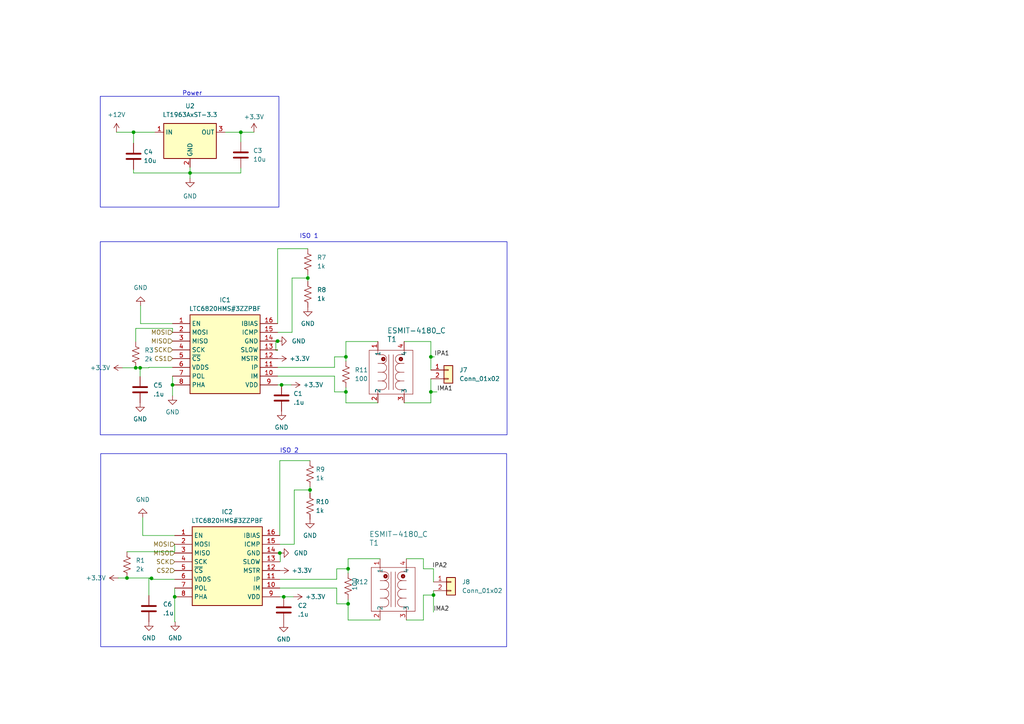
<source format=kicad_sch>
(kicad_sch (version 20231120) (generator "eeschema") (generator_version "8.0")
  (paper "A4")
  (lib_symbols
    (symbol "AERO:LTC6820HMS#3ZZPBF"
      (property "Reference" "IC" (at 26.67 7.62 0))
      (property "Value" "LTC6820HMS#3ZZPBF" (at 26.67 5.08 0))
      (symbol "LTC6820HMS#3ZZPBF_1_1"
        (rectangle (start 5.08 2.54) (end 25.4 -20.32) (stroke (width 0.254)) (fill (type background)))
        (pin passive line (at 0 0 0) (length 5.08) (name "EN") (number "1"))
        (pin passive line (at 30.48 -15.24 180) (length 5.08) (name "IM") (number "10"))
        (pin passive line (at 30.48 -12.7 180) (length 5.08) (name "IP") (number "11"))
        (pin passive line (at 30.48 -10.16 180) (length 5.08) (name "MSTR") (number "12"))
        (pin passive line (at 30.48 -7.62 180) (length 5.08) (name "SLOW") (number "13"))
        (pin passive line (at 30.48 -5.08 180) (length 5.08) (name "GND") (number "14"))
        (pin passive line (at 30.48 -2.54 180) (length 5.08) (name "ICMP") (number "15"))
        (pin passive line (at 30.48 0 180) (length 5.08) (name "IBIAS") (number "16"))
        (pin passive line (at 0 -2.54 0) (length 5.08) (name "MOSI") (number "2"))
        (pin passive line (at 0 -5.08 0) (length 5.08) (name "MISO") (number "3"))
        (pin passive line (at 0 -7.62 0) (length 5.08) (name "SCK") (number "4"))
        (pin passive line (at 0 -10.16 0) (length 5.08) (name "~{CS}") (number "5"))
        (pin passive line (at 0 -12.7 0) (length 5.08) (name "VDDS") (number "6"))
        (pin passive line (at 0 -15.24 0) (length 5.08) (name "POL") (number "7"))
        (pin passive line (at 0 -17.78 0) (length 5.08) (name "PHA") (number "8"))
        (pin passive line (at 30.48 -17.78 180) (length 5.08) (name "VDD") (number "9"))
      )
    )
    (symbol "Connector_Generic:Conn_01x02" (pin_names (offset 1.016) hide)
      (property "Reference" "J" (at 0 2.54 0))
      (property "Value" "Conn_01x02" (at 0 -5.08 0))
      (symbol "Conn_01x02_1_1"
        (rectangle (start -1.27 -2.413) (end 0 -2.667) (stroke (width 0.1524)))
        (rectangle (start -1.27 0.127) (end 0 -0.127) (stroke (width 0.1524)))
        (rectangle (start -1.27 1.27) (end 1.27 -3.81) (stroke (width 0.254)) (fill (type background)))
        (pin passive line (at -5.08 0 0) (length 3.81) (name "Pin_1") (number "1"))
        (pin passive line (at -5.08 -2.54 0) (length 3.81) (name "Pin_2") (number "2"))
      )
    )
    (symbol "Device:C" (pin_numbers hide) (pin_names (offset 0.254))
      (property "Reference" "C" (at 0.635 2.54 0))
      (property "Value" "C" (at 0.635 -2.54 0))
      (symbol "C_0_1"
        (polyline (pts (xy -2.032 -0.762) (xy 2.032 -0.762)) (stroke (width 0.508)))
        (polyline (pts (xy -2.032 0.762) (xy 2.032 0.762)) (stroke (width 0.508)))
      )
      (symbol "C_1_1"
        (pin passive line (at 0 3.81 270) (length 2.794) (name "~") (number "1"))
        (pin passive line (at 0 -3.81 90) (length 2.794) (name "~") (number "2"))
      )
    )
    (symbol "Device:R_US" (pin_numbers hide) (pin_names (offset 0))
      (property "Reference" "R" (at 2.54 0 90))
      (property "Value" "R_US" (at -2.54 0 90))
      (symbol "R_US_0_1"
        (polyline (pts (xy 0 -2.286) (xy 0 -2.54)))
        (polyline (pts (xy 0 2.286) (xy 0 2.54)))
        (polyline (pts (xy 0 -0.762) (xy 1.016 -1.143) (xy 0 -1.524) (xy -1.016 -1.905) (xy 0 -2.286)))
        (polyline (pts (xy 0 0.762) (xy 1.016 0.381) (xy 0 0) (xy -1.016 -0.381) (xy 0 -0.762)))
        (polyline (pts (xy 0 2.286) (xy 1.016 1.905) (xy 0 1.524) (xy -1.016 1.143) (xy 0 0.762)))
      )
      (symbol "R_US_1_1"
        (pin passive line (at 0 3.81 270) (length 1.27) (name "~") (number "1"))
        (pin passive line (at 0 -3.81 90) (length 1.27) (name "~") (number "2"))
      )
    )
    (symbol "Regulator_Linear:LT1963AxST-3.3"
      (property "Reference" "U" (at -7.62 6.35 0))
      (property "Value" "LT1963AxST-3.3" (at -1.27 6.35 0))
      (symbol "LT1963AxST-3.3_0_1"
        (rectangle (start -7.62 5.08) (end 7.62 -5.08) (stroke (width 0.254)) (fill (type background)))
      )
      (symbol "LT1963AxST-3.3_1_1"
        (pin power_in line (at -10.16 2.54 0) (length 2.54) (name "IN") (number "1"))
        (pin power_in line (at 0 -7.62 90) (length 2.54) (name "GND") (number "2"))
        (pin power_out line (at 10.16 2.54 180) (length 2.54) (name "OUT") (number "3"))
      )
    )
    (symbol "esmit:ESMIT-4180_C" (pin_names (offset 0.254))
      (property "Reference" "T" (at 10.16 5.08 0))
      (property "Value" "ESMIT-4180/C" (at 10.16 -12.7 0))
      (symbol "ESMIT-4180_C_0_1"
        (polyline (pts (xy 2.54 -10.16) (xy 15.24 -10.16)) (stroke (width 0.127)))
        (polyline (pts (xy 2.54 0) (xy 3.81 0)) (stroke (width 0.127)))
        (polyline (pts (xy 2.54 2.54) (xy 2.54 -10.16)) (stroke (width 0.127)))
        (polyline (pts (xy 3.81 -7.62) (xy 2.54 -7.62)) (stroke (width 0.127)))
        (polyline (pts (xy 3.81 -7.62) (xy 3.81 -6.35)) (stroke (width 0.127)))
        (polyline (pts (xy 3.81 -4.445) (xy 13.97 -4.445)) (stroke (width 0.127)))
        (polyline (pts (xy 3.81 -3.175) (xy 13.97 -3.175)) (stroke (width 0.127)))
        (polyline (pts (xy 3.81 0) (xy 3.81 -1.27)) (stroke (width 0.127)))
        (polyline (pts (xy 6.35 -7.62) (xy 6.35 -6.35)) (stroke (width 0.127)))
        (polyline (pts (xy 6.35 0) (xy 6.35 -1.27)) (stroke (width 0.127)))
        (polyline (pts (xy 8.89 -7.62) (xy 8.89 -6.35)) (stroke (width 0.127)))
        (polyline (pts (xy 8.89 0) (xy 8.89 -1.27)) (stroke (width 0.127)))
        (polyline (pts (xy 11.43 -7.62) (xy 11.43 -6.35)) (stroke (width 0.127)))
        (polyline (pts (xy 11.43 0) (xy 11.43 -1.27)) (stroke (width 0.127)))
        (polyline (pts (xy 13.97 -7.62) (xy 13.97 -6.35)) (stroke (width 0.127)))
        (polyline (pts (xy 13.97 0) (xy 13.97 -1.27)) (stroke (width 0.127)))
        (polyline (pts (xy 13.97 0) (xy 15.24 0)) (stroke (width 0.127)))
        (polyline (pts (xy 15.24 -10.16) (xy 15.24 2.54)) (stroke (width 0.127)))
        (polyline (pts (xy 15.24 -7.62) (xy 13.97 -7.62)) (stroke (width 0.127)))
        (polyline (pts (xy 15.24 2.54) (xy 2.54 2.54)) (stroke (width 0.127)))
        (arc (start 3.81 -1.27) (mid 5.08 -2.5345) (end 6.35 -1.27) (stroke (width 0.127)))
        (circle (center 5.08 -6.6675) (radius 0.127) (stroke (width 0.508)))
        (circle (center 5.08 -1.5875) (radius 0.127) (stroke (width 0.508)))
        (arc (start 6.35 -6.35) (mid 5.08 -5.0855) (end 3.81 -6.35) (stroke (width 0.127)))
        (arc (start 6.35 -1.27) (mid 7.62 -2.5345) (end 8.89 -1.27) (stroke (width 0.127)))
        (arc (start 8.89 -6.35) (mid 7.62 -5.0855) (end 6.35 -6.35) (stroke (width 0.127)))
        (arc (start 8.89 -1.27) (mid 10.16 -2.5345) (end 11.43 -1.27) (stroke (width 0.127)))
        (arc (start 11.43 -6.35) (mid 10.16 -5.0855) (end 8.89 -6.35) (stroke (width 0.127)))
        (arc (start 11.43 -1.27) (mid 12.7 -2.5345) (end 13.97 -1.27) (stroke (width 0.127)))
        (arc (start 13.97 -6.35) (mid 12.7 -5.0855) (end 11.43 -6.35) (stroke (width 0.127)))
        (pin unspecified line (at 0 0 0) (length 2.54) (name "1") (number "1"))
        (pin unspecified line (at 17.78 0 180) (length 2.54) (name "2") (number "2"))
        (pin unspecified line (at 17.78 -7.62 180) (length 2.54) (name "3") (number "3"))
        (pin unspecified line (at 0 -7.62 0) (length 2.54) (name "4") (number "4"))
      )
    )
    (symbol "power:+12V" (power) (pin_names (offset 0))
      (property "Value" "+12V" (at 0 3.556 0))
      (symbol "+12V_0_1"
        (polyline (pts (xy -0.762 1.27) (xy 0 2.54)))
        (polyline (pts (xy 0 0) (xy 0 2.54)))
        (polyline (pts (xy 0 2.54) (xy 0.762 1.27)))
      )
      (symbol "+12V_1_1"
        (pin power_in line (at 0 0 90) (length 0) hide (name "+12V") (number "1"))
      )
    )
    (symbol "power:+3.3V" (power) (pin_names (offset 0))
      (property "Value" "+3.3V" (at 0 3.556 0))
      (symbol "+3.3V_0_1"
        (polyline (pts (xy -0.762 1.27) (xy 0 2.54)))
        (polyline (pts (xy 0 0) (xy 0 2.54)))
        (polyline (pts (xy 0 2.54) (xy 0.762 1.27)))
      )
      (symbol "+3.3V_1_1"
        (pin power_in line (at 0 0 90) (length 0) hide (name "+3.3V") (number "1"))
      )
    )
    (symbol "power:GND" (power) (pin_names (offset 0))
      (property "Value" "GND" (at 0 -3.81 0))
      (symbol "GND_0_1"
        (polyline (pts (xy 0 0) (xy 0 -1.27) (xy 1.27 -1.27) (xy 0 -2.54) (xy -1.27 -1.27) (xy 0 -1.27)))
      )
      (symbol "GND_1_1"
        (pin power_in line (at 0 0 270) (length 0) hide (name "GND") (number "1"))
      )
    )
  )
  (junction (at 100.33 113.665))
  (junction (at 125.73 172.593))
  (junction (at 81.153 160.401))
  (junction (at 55.118 50.165))
  (junction (at 38.735 38.354))
  (junction (at 50.038 111.633))
  (junction (at 100.965 175.133))
  (junction (at 40.64 106.68))
  (junction (at 124.968 103.505))
  (junction (at 100.33 103.505))
  (junction (at 39.37 106.68))
  (junction (at 43.942 167.7494))
  (junction (at 50.673 173.101))
  (junction (at 100.965 164.973))
  (junction (at 69.85 38.354))
  (junction (at 80.518 98.933))
  (junction (at 82.296 173.101))
  (junction (at 36.83 167.64))
  (junction (at 89.281 80.645))
  (junction (at 89.916 142.113))
  (junction (at 81.661 111.633))
  (junction (at 124.968 113.665))
  (wire (pts (xy 65.278 38.354) (xy 69.85 38.354)))
  (wire (pts (xy 100.33 99.06) (xy 100.33 103.505)))
  (wire (pts (xy 34.29 167.64) (xy 36.83 167.64)))
  (wire (pts (xy 97.663 175.133) (xy 97.663 170.561)))
  (wire (pts (xy 109.601 116.84) (xy 100.33 116.84)))
  (wire (pts (xy 89.281 81.534) (xy 89.281 80.645)))
  (wire (pts (xy 125.73 172.593) (xy 125.73 177.546)))
  (wire (pts (xy 100.33 113.665) (xy 100.33 116.84)))
  (wire (pts (xy 43.942 167.64) (xy 43.942 167.7494)))
  (wire (pts (xy 100.965 175.133) (xy 100.965 179.832)))
  (wire (pts (xy 117.221 116.84) (xy 124.968 116.84)))
  (wire (pts (xy 38.735 38.354) (xy 38.735 41.529)))
  (wire (pts (xy 50.038 114.808) (xy 50.038 111.633)))
  (wire (pts (xy 117.221 99.06) (xy 124.968 99.06)))
  (wire (pts (xy 124.968 103.505) (xy 124.968 107.315)))
  (wire (pts (xy 85.344 157.861) (xy 85.344 142.113)))
  (wire (pts (xy 100.33 103.505) (xy 100.33 104.775)))
  (wire (pts (xy 122.809 164.973) (xy 122.809 162.052)))
  (wire (pts (xy 80.518 96.393) (xy 84.709 96.393)))
  (wire (pts (xy 69.85 48.768) (xy 69.85 50.165)))
  (wire (pts (xy 81.28 160.401) (xy 81.28 162.941)))
  (wire (pts (xy 97.028 103.505) (xy 100.33 103.505)))
  (wire (pts (xy 109.601 99.06) (xy 100.33 99.06)))
  (wire (pts (xy 82.296 173.101) (xy 85.09 173.101)))
  (wire (pts (xy 36.83 167.64) (xy 43.942 167.64)))
  (wire (pts (xy 125.73 168.783) (xy 125.73 164.973)))
  (wire (pts (xy 80.518 111.633) (xy 81.661 111.633)))
  (wire (pts (xy 81.28 162.941) (xy 81.153 162.941)))
  (wire (pts (xy 39.37 106.68) (xy 40.64 106.68)))
  (wire (pts (xy 84.709 96.393) (xy 84.709 80.645)))
  (wire (pts (xy 69.85 38.354) (xy 69.85 41.148)))
  (wire (pts (xy 50.673 173.101) (xy 50.673 180.34)))
  (wire (pts (xy 122.809 164.973) (xy 125.73 164.973)))
  (wire (pts (xy 81.153 157.861) (xy 85.344 157.861)))
  (wire (pts (xy 44.958 38.354) (xy 38.735 38.354)))
  (wire (pts (xy 39.37 99.06) (xy 39.37 95.25)))
  (wire (pts (xy 124.968 103.505) (xy 125.984 103.505)))
  (wire (pts (xy 81.153 173.101) (xy 82.296 173.101)))
  (wire (pts (xy 97.663 175.133) (xy 100.965 175.133)))
  (wire (pts (xy 80.518 101.6) (xy 80.518 101.473)))
  (wire (pts (xy 80.01 101.6) (xy 80.518 101.6)))
  (wire (pts (xy 40.767 93.853) (xy 50.038 93.853)))
  (wire (pts (xy 50.8 172.72) (xy 50.8 173.101)))
  (wire (pts (xy 124.968 113.665) (xy 124.968 116.84)))
  (wire (pts (xy 81.28 160.401) (xy 81.153 160.401)))
  (wire (pts (xy 80.01 101.6) (xy 80.01 98.933)))
  (wire (pts (xy 97.663 164.973) (xy 100.965 164.973)))
  (wire (pts (xy 124.968 113.665) (xy 126.746 113.665)))
  (wire (pts (xy 55.118 51.689) (xy 55.118 50.165)))
  (wire (pts (xy 84.709 80.645) (xy 89.281 80.645)))
  (wire (pts (xy 40.64 109.22) (xy 40.64 106.68)))
  (wire (pts (xy 80.518 72.136) (xy 89.281 72.136)))
  (wire (pts (xy 124.968 109.855) (xy 124.968 113.665)))
  (wire (pts (xy 50.673 160.02) (xy 50.673 157.861)))
  (wire (pts (xy 40.64 106.68) (xy 43.18 106.68)))
  (wire (pts (xy 122.809 162.052) (xy 117.856 162.052)))
  (wire (pts (xy 43.18 106.553) (xy 50.038 106.553)))
  (wire (pts (xy 50.038 95.25) (xy 50.038 96.393)))
  (wire (pts (xy 50.038 109.093) (xy 50.038 111.633)))
  (wire (pts (xy 110.236 162.052) (xy 100.965 162.052)))
  (wire (pts (xy 50.673 173.101) (xy 50.673 170.561)))
  (wire (pts (xy 89.916 142.113) (xy 89.916 141.224)))
  (wire (pts (xy 97.028 103.505) (xy 97.028 106.553)))
  (wire (pts (xy 122.809 179.832) (xy 117.856 179.832)))
  (wire (pts (xy 81.661 111.633) (xy 84.455 111.633)))
  (wire (pts (xy 97.663 164.973) (xy 97.663 168.021)))
  (wire (pts (xy 36.83 160.02) (xy 50.673 160.02)))
  (wire (pts (xy 43.18 167.7494) (xy 43.942 167.7494)))
  (wire (pts (xy 40.767 88.646) (xy 40.767 93.853)))
  (wire (pts (xy 89.916 143.002) (xy 89.916 142.113)))
  (wire (pts (xy 43.18 106.68) (xy 43.18 106.553)))
  (wire (pts (xy 100.965 162.052) (xy 100.965 164.973)))
  (wire (pts (xy 100.965 166.243) (xy 100.965 164.973)))
  (wire (pts (xy 39.37 95.25) (xy 50.038 95.25)))
  (wire (pts (xy 55.118 50.165) (xy 55.118 48.514)))
  (wire (pts (xy 97.028 106.553) (xy 80.518 106.553)))
  (wire (pts (xy 85.344 142.113) (xy 89.916 142.113)))
  (wire (pts (xy 38.735 49.149) (xy 38.735 50.165)))
  (wire (pts (xy 81.153 155.321) (xy 81.153 133.604)))
  (wire (pts (xy 80.518 93.853) (xy 80.518 72.136)))
  (wire (pts (xy 50.8 173.101) (xy 50.673 173.101)))
  (wire (pts (xy 43.18 172.72) (xy 43.18 167.7494)))
  (wire (pts (xy 41.402 155.321) (xy 50.673 155.321)))
  (wire (pts (xy 100.33 112.395) (xy 100.33 113.665)))
  (wire (pts (xy 97.028 113.665) (xy 97.028 109.093)))
  (wire (pts (xy 124.968 99.06) (xy 124.968 103.505)))
  (wire (pts (xy 97.663 168.021) (xy 81.153 168.021)))
  (wire (pts (xy 97.028 109.093) (xy 80.518 109.093)))
  (wire (pts (xy 125.73 171.323) (xy 125.73 172.593)))
  (wire (pts (xy 38.735 50.165) (xy 55.118 50.165)))
  (wire (pts (xy 89.281 80.645) (xy 89.281 79.756)))
  (wire (pts (xy 35.56 106.68) (xy 39.37 106.68)))
  (wire (pts (xy 69.85 50.165) (xy 55.118 50.165)))
  (wire (pts (xy 50.673 180.34) (xy 50.8 180.34)))
  (wire (pts (xy 43.942 168.021) (xy 50.673 168.021)))
  (wire (pts (xy 97.663 170.561) (xy 81.153 170.561)))
  (wire (pts (xy 41.402 150.114) (xy 41.402 155.321)))
  (wire (pts (xy 43.942 167.7494) (xy 43.942 168.021)))
  (wire (pts (xy 110.236 179.832) (xy 100.965 179.832)))
  (wire (pts (xy 73.66 38.354) (xy 69.85 38.354)))
  (wire (pts (xy 81.153 133.604) (xy 89.916 133.604)))
  (wire (pts (xy 122.809 172.593) (xy 122.809 179.832)))
  (wire (pts (xy 80.01 98.933) (xy 80.518 98.933)))
  (wire (pts (xy 100.965 173.863) (xy 100.965 175.133)))
  (wire (pts (xy 97.028 113.665) (xy 100.33 113.665)))
  (wire (pts (xy 122.809 172.593) (xy 125.73 172.593)))
  (wire (pts (xy 33.782 38.354) (xy 38.735 38.354)))
  (rectangle (start 29.083 27.94) (end 80.899 60.071))
  (rectangle (start 29.21 131.572) (end 146.939 187.579))
  (rectangle (start 29.083 70.104) (end 147.066 126.111))
  (text "ISO 1" (at 86.868 69.342 0) (effects (font (size 1.27 1.27)) (justify left bottom)))
  (text "Power" (at 52.832 27.94 0) (effects (font (size 1.27 1.27)) (justify left bottom)))
  (text "ISO 2" (at 81.153 131.572 0) (effects (font (size 1.27 1.27)) (justify left bottom)))
  (label "IPA1" (at 125.984 103.505 0))
  (label "IMA1" (at 126.746 113.665 0))
  (label "IPA2" (at 125.349 164.973 0))
  (label "IMA2" (at 125.73 177.546 0))
  (hierarchical_label "MOSI" (shape input) (at 50.673 157.861 180))
  (hierarchical_label "MOSI" (shape input) (at 50.038 96.393 180))
  (hierarchical_label "SCK" (shape input) (at 50.038 101.473 180))
  (hierarchical_label "SCK" (shape input) (at 50.673 162.941 180))
  (hierarchical_label "MISO" (shape input) (at 50.038 98.933 180))
  (hierarchical_label "CS2" (shape input) (at 50.673 165.481 180))
  (hierarchical_label "CS1" (shape input) (at 50.038 104.013 180))
  (hierarchical_label "MISO" (shape input) (at 50.673 160.401 180))
  (symbol (lib_id "power:GND") (at 81.661 119.253 0) (unit 1)
    (property "Reference" "#PWR019" (effects (hide yes)))
    (property "Value" "GND" (at 81.661 123.952 0))
    (instances (project "PAC-man reed" (path "" (reference "#PWR019") (unit 1))) (project "PACman LV" (path "" (reference "#PWR024") (unit 1))))
  )
  (symbol (lib_id "Device:C") (at 43.18 176.53 0) (unit 1)
    (property "Reference" "C6" (at 47.244 175.2599 0) (effects (justify left)))
    (property "Value" ".1u" (at 47.244 177.7999 0) (effects (justify left)))
    (property "Footprint" "Capacitor_SMD:C_0603_1608Metric_Pad1.08x0.95mm_HandSolder" (effects (hide yes)))
  )
  (symbol (lib_id "Device:R_US") (at 100.33 108.585 0) (unit 1)
    (property "Reference" "R11" (at 102.87 107.3149 0) (effects (justify left)))
    (property "Value" "100" (at 102.87 109.8549 0) (effects (justify left)))
    (property "Footprint" "Resistor_SMD:R_0603_1608Metric_Pad0.98x0.95mm_HandSolder" (effects (hide yes)))
    (instances (project "PAC-man reed" (path "" (reference "R11") (unit 1))) (project "PACman LV" (path "" (reference "R10") (unit 1))))
  )
  (symbol (lib_id "power:GND") (at 40.64 116.84 0) (unit 1)
    (property "Reference" "#PWR02" (effects (hide yes)))
    (property "Value" "GND" (at 40.64 121.539 0))
  )
  (symbol (lib_id "Connector_Generic:Conn_01x02") (at 130.048 107.315 0) (unit 1)
    (property "Reference" "J7" (at 133.223 107.315 0) (effects (justify left)))
    (property "Value" "Conn_01x02" (at 133.223 109.855 0) (effects (justify left)))
    (property "Footprint" "Connector_JST:JST_XH_B2B-XH-AM_1x02_P2.50mm_Vertical" (effects (hide yes)))
  )
  (symbol (lib_id "power:+3.3V") (at 35.56 106.68 90) (unit 1)
    (property "Reference" "#PWR013" (effects (hide yes)))
    (property "Value" "+3.3V" (at 32.004 106.68 90) (effects (justify left)))
    (instances (project "PAC-man reed" (path "" (reference "#PWR013") (unit 1))) (project "PACman LV" (path "" (reference "#PWR020") (unit 1))))
  )
  (symbol (lib_id "AERO:LTC6820HMS#3ZZPBF") (at 50.038 93.853 0) (unit 1)
    (property "Reference" "IC1" (at 65.278 86.995 0))
    (property "Value" "LTC6820HMS#3ZZPBF" (at 65.278 89.535 0))
    (property "Footprint" "AERO_Footprints:SOP50P490X110-16N" (effects (hide yes)))
    (property "Datasheet" "https://www.analog.com/media/en/technical-documentation/data-sheets/LTC6820.pdf" (effects (hide yes)))
    (property "Height" "1.1" (effects (hide yes)))
    (property "Manufacturer_Name" "Analog Devices" (effects (hide yes)))
    (property "Manufacturer_Part_Number" "LTC6820HMS#3ZZPBF" (effects (hide yes)))
    (property "Mouser Part Number" "584-6820HMS#3ZZPB" (effects (hide yes)))
    (property "Mouser Price/Stock" "https://www.mouser.co.uk/ProductDetail/Analog-Devices/LTC6820HMS3ZZPBF?qs=byeeYqUIh0PVRI5fl%252BKPig%3D%3D" (effects (hide yes)))
    (property "Arrow Part Number" "LTC6820HMS#3ZZPBF" (effects (hide yes)))
    (property "Arrow Price/Stock" "https://www.arrow.com/en/products/ltc6820hms3zzpbf/analog-devices?region=europe" (effects (hide yes)))
    (instances (project "PAC-man reed" (path "" (reference "IC1") (unit 1))) (project "PACman LV" (path "" (reference "IC1") (unit 1)) (path "" (reference "IC3") (unit 1))))
  )
  (symbol (lib_id "Device:C") (at 81.661 115.443 0) (unit 1)
    (property "Reference" "C1" (at 85.09 114.1729 0) (effects (justify left)))
    (property "Value" ".1u" (at 85.09 116.7129 0) (effects (justify left)))
    (property "Footprint" "Capacitor_SMD:C_0603_1608Metric_Pad1.08x0.95mm_HandSolder" (effects (hide yes)))
    (instances (project "PAC-man reed" (path "" (reference "C1") (unit 1))) (project "PACman LV" (path "" (reference "C2") (unit 1))))
  )
  (symbol (lib_id "Device:R_US") (at 39.37 102.87 0) (unit 1)
    (property "Reference" "R3" (at 41.91 101.5999 0) (effects (justify left)))
    (property "Value" "2k" (at 41.91 104.1399 0) (effects (justify left)))
    (property "Description" "Resistor, US symbol" (effects (hide yes)))
  )
  (symbol (lib_id "Device:C") (at 40.64 113.03 0) (unit 1)
    (property "Reference" "C5" (at 44.45 111.7599 0) (effects (justify left)))
    (property "Value" ".1u" (at 44.45 114.2999 0) (effects (justify left)))
    (property "Footprint" "Capacitor_SMD:C_0603_1608Metric_Pad1.08x0.95mm_HandSolder" (effects (hide yes)))
  )
  (symbol (lib_id "power:+3.3V") (at 81.153 165.481 270) (unit 1)
    (property "Reference" "#PWR021" (effects (hide yes)))
    (property "Value" "+3.3V" (at 84.582 165.481 90) (effects (justify left)))
    (instances (project "PAC-man reed" (path "" (reference "#PWR021") (unit 1))) (project "PACman LV" (path "" (reference "#PWR016") (unit 1))))
  )
  (symbol (lib_id "power:GND") (at 55.118 51.689 0) (unit 1)
    (property "Reference" "#PWR032" (effects (hide yes)))
    (property "Value" "GND" (at 55.118 56.896 0))
  )
  (symbol (lib_id "power:GND") (at 80.518 98.933 90) (unit 1)
    (property "Reference" "#PWR017" (effects (hide yes)))
    (property "Value" "GND" (at 84.582 98.933 90) (effects (justify right)))
    (instances (project "PAC-man reed" (path "" (reference "#PWR017") (unit 1))) (project "PACman LV" (path "" (reference "#PWR022") (unit 1))))
  )
  (symbol (lib_id "Connector_Generic:Conn_01x02") (at 130.81 168.783 0) (unit 1)
    (property "Reference" "J8" (at 133.985 168.783 0) (effects (justify left)))
    (property "Value" "Conn_01x02" (at 133.985 171.323 0) (effects (justify left)))
    (property "Footprint" "Connector_JST:JST_XH_B2B-XH-AM_1x02_P2.50mm_Vertical" (effects (hide yes)))
  )
  (symbol (lib_id "power:GND") (at 41.402 150.114 180) (unit 1)
    (property "Reference" "#PWR014" (effects (hide yes)))
    (property "Value" "GND" (at 41.402 144.907 0))
    (instances (project "PAC-man reed" (path "" (reference "#PWR014") (unit 1))) (project "PACman LV" (path "" (reference "#PWR011") (unit 1))))
  )
  (symbol (lib_id "Device:R_US") (at 89.916 146.812 0) (unit 1)
    (property "Reference" "R10" (at 91.567 145.542 0) (effects (justify left)))
    (property "Value" "1k" (at 91.567 148.082 0) (effects (justify left)))
    (property "Footprint" "Resistor_SMD:R_0603_1608Metric_Pad0.98x0.95mm_HandSolder" (effects (hide yes)))
    (instances (project "PAC-man reed" (path "" (reference "R10") (unit 1))) (project "PACman LV" (path "" (reference "R7") (unit 1))))
  )
  (symbol (lib_id "power:GND") (at 89.281 89.154 0) (unit 1)
    (property "Reference" "#PWR025" (effects (hide yes)))
    (property "Value" "GND" (at 89.281 93.853 0))
    (instances (project "PAC-man reed" (path "" (reference "#PWR025") (unit 1))) (project "PACman LV" (path "" (reference "#PWR026") (unit 1))))
  )
  (symbol (lib_id "power:+12V") (at 33.782 38.354 0) (unit 1)
    (property "Reference" "#PWR034" (effects (hide yes)))
    (property "Value" "+12V" (at 33.782 33.274 0))
    (instances (project "PAC-man reed" (path "" (reference "#PWR034") (unit 1))) (project "pacman" (path "" (reference "#PWR0102") (unit 1))) (project "PACman LV" (path "" (reference "#PWR02") (unit 1))))
  )
  (symbol (lib_id "Device:R_US") (at 89.281 85.344 0) (unit 1)
    (property "Reference" "R8" (at 91.948 84.074 0) (effects (justify left)))
    (property "Value" "1k" (at 91.948 86.614 0) (effects (justify left)))
    (property "Footprint" "Resistor_SMD:R_0603_1608Metric_Pad0.98x0.95mm_HandSolder" (effects (hide yes)))
    (instances (project "PAC-man reed" (path "" (reference "R8") (unit 1))) (project "PACman LV" (path "" (reference "R9") (unit 1))))
  )
  (symbol (lib_id "Device:C") (at 69.85 44.958 0) (unit 1)
    (property "Reference" "C3" (at 73.406 43.688 0) (effects (justify left)))
    (property "Value" "10u" (at 73.406 46.228 0) (effects (justify left)))
    (property "Footprint" "Capacitor_SMD:C_0603_1608Metric_Pad1.08x0.95mm_HandSolder" (effects (hide yes)))
  )
  (symbol (lib_id "Regulator_Linear:LT1963AxST-3.3") (at 55.118 40.894 0) (unit 1)
    (property "Reference" "U2" (at 55.118 30.734 0))
    (property "Value" "LT1963AxST-3.3" (at 55.118 33.274 0))
    (property "Footprint" "Package_TO_SOT_SMD:SOT-223-3_TabPin2" (effects (hide yes)))
    (property "Datasheet" "https://www.analog.com/media/en/technical-documentation/data-sheets/1963aff.pdf" (effects (hide yes)))
  )
  (symbol (lib_id "Device:R_US") (at 89.916 137.414 0) (unit 1)
    (property "Reference" "R9" (at 91.567 136.144 0) (effects (justify left)))
    (property "Value" "1k" (at 91.567 138.684 0) (effects (justify left)))
    (property "Footprint" "Resistor_SMD:R_0603_1608Metric_Pad0.98x0.95mm_HandSolder" (effects (hide yes)))
    (instances (project "PAC-man reed" (path "" (reference "R9") (unit 1))) (project "PACman LV" (path "" (reference "R6") (unit 1))))
  )
  (symbol (lib_id "power:+3.3V") (at 84.455 111.633 270) (unit 1)
    (property "Reference" "#PWR022" (effects (hide yes)))
    (property "Value" "+3.3V" (at 87.884 111.633 90) (effects (justify left)))
    (instances (project "PAC-man reed" (path "" (reference "#PWR022") (unit 1))) (project "PACman LV" (path "" (reference "#PWR025") (unit 1))))
  )
  (symbol (lib_id "power:GND") (at 43.18 180.34 0) (unit 1)
    (property "Reference" "#PWR04" (effects (hide yes)))
    (property "Value" "GND" (at 43.18 185.039 0))
  )
  (symbol (lib_id "power:+3.3V") (at 73.66 38.354 0) (unit 1)
    (property "Reference" "#PWR033" (effects (hide yes)))
    (property "Value" "+3.3V" (at 73.66 33.909 0))
    (instances (project "PAC-man reed" (path "" (reference "#PWR033") (unit 1))) (project "PACman LV" (path "" (reference "#PWR020") (unit 1))))
  )
  (symbol (lib_id "esmit:ESMIT-4180_C") (at 110.236 162.052 90) (mirror x) (unit 1)
    (property "Reference" "T1" (at 107.061 157.48 90) (effects (font (size 1.524 1.524)) (justify right)))
    (property "Value" "ESMIT-4180_C" (at 107.061 154.94 90) (effects (font (size 1.524 1.524)) (justify right)))
    (property "Footprint" "AERO_Footprints:SOIC4_CBM4D19_SUM" (effects (hide yes)))
    (property "Datasheet" "ESMIT-4180/C" (effects (hide yes)))
    (instances (project "BMS1" (path "" (reference "T1") (unit 1))) (project "PAC-man reed" (path "" (reference "T2") (unit 1))))
  )
  (symbol (lib_id "power:+3.3V") (at 85.09 173.101 270) (unit 1)
    (property "Reference" "#PWR024" (effects (hide yes)))
    (property "Value" "+3.3V" (at 88.519 173.101 90) (effects (justify left)))
    (instances (project "PAC-man reed" (path "" (reference "#PWR024") (unit 1))) (project "PACman LV" (path "" (reference "#PWR014") (unit 1))))
  )
  (symbol (lib_id "power:GND") (at 89.916 150.622 0) (unit 1)
    (property "Reference" "#PWR026" (effects (hide yes)))
    (property "Value" "GND" (at 89.916 155.321 0))
    (instances (project "PAC-man reed" (path "" (reference "#PWR026") (unit 1))) (project "PACman LV" (path "" (reference "#PWR018") (unit 1))))
  )
  (symbol (lib_id "Device:C") (at 82.296 176.911 0) (unit 1)
    (property "Reference" "C2" (at 86.36 175.6409 0) (effects (justify left)))
    (property "Value" ".1u" (at 86.36 178.1809 0) (effects (justify left)))
    (property "Footprint" "Capacitor_SMD:C_0603_1608Metric_Pad1.08x0.95mm_HandSolder" (effects (hide yes)))
    (instances (project "PAC-man reed" (path "" (reference "C2") (unit 1))) (project "PACman LV" (path "" (reference "C1") (unit 1))))
  )
  (symbol (lib_id "Device:R_US") (at 36.83 163.83 0) (unit 1)
    (property "Reference" "R1" (at 39.37 162.5599 0) (effects (justify left)))
    (property "Value" "2k" (at 39.37 165.0999 0) (effects (justify left)))
    (property "Description" "Resistor, US symbol" (effects (hide yes)))
  )
  (symbol (lib_id "power:GND") (at 82.296 180.721 0) (unit 1)
    (property "Reference" "#PWR023" (effects (hide yes)))
    (property "Value" "GND" (at 82.296 185.42 0))
    (instances (project "PAC-man reed" (path "" (reference "#PWR023") (unit 1))) (project "PACman LV" (path "" (reference "#PWR015") (unit 1))))
  )
  (symbol (lib_id "Device:C") (at 38.735 45.339 0) (unit 1)
    (property "Reference" "C4" (at 41.656 44.069 0) (effects (justify left)))
    (property "Value" "10u" (at 41.656 46.609 0) (effects (justify left)))
    (property "Footprint" "Capacitor_SMD:C_0603_1608Metric_Pad1.08x0.95mm_HandSolder" (effects (hide yes)))
  )
  (symbol (lib_id "power:GND") (at 40.767 88.646 180) (unit 1)
    (property "Reference" "#PWR012" (effects (hide yes)))
    (property "Value" "GND" (at 40.767 83.439 0))
    (instances (project "PAC-man reed" (path "" (reference "#PWR012") (unit 1))) (project "PACman LV" (path "" (reference "#PWR019") (unit 1))))
  )
  (symbol (lib_id "power:GND") (at 50.038 114.808 0) (unit 1)
    (property "Reference" "#PWR016" (effects (hide yes)))
    (property "Value" "GND" (at 50.038 119.507 0))
    (instances (project "PAC-man reed" (path "" (reference "#PWR016") (unit 1))) (project "PACman LV" (path "" (reference "#PWR021") (unit 1))))
  )
  (symbol (lib_id "power:+3.3V") (at 34.29 167.64 90) (unit 1)
    (property "Reference" "#PWR015" (effects (hide yes)))
    (property "Value" "+3.3V" (at 30.734 167.64 90) (effects (justify left)))
    (instances (project "PAC-man reed" (path "" (reference "#PWR015") (unit 1))) (project "PACman LV" (path "" (reference "#PWR012") (unit 1))))
  )
  (symbol (lib_id "power:GND") (at 50.8 180.34 0) (unit 1)
    (property "Reference" "#PWR08" (effects (hide yes)))
    (property "Value" "GND" (at 50.8 185.039 0))
  )
  (symbol (lib_id "esmit:ESMIT-4180_C") (at 109.601 99.06 90) (mirror x) (unit 1)
    (property "Reference" "T1" (at 112.268 98.425 90) (effects (font (size 1.524 1.524)) (justify right)))
    (property "Value" "ESMIT-4180_C" (at 112.268 95.885 90) (effects (font (size 1.524 1.524)) (justify right)))
    (property "Footprint" "AERO_Footprints:SOIC4_CBM4D19_SUM" (effects (hide yes)))
    (property "Datasheet" "ESMIT-4180/C" (effects (hide yes)))
  )
  (symbol (lib_id "Device:R_US") (at 89.281 75.946 0) (unit 1)
    (property "Reference" "R7" (at 91.948 74.676 0) (effects (justify left)))
    (property "Value" "1k" (at 91.948 77.216 0) (effects (justify left)))
    (property "Footprint" "Resistor_SMD:R_0603_1608Metric_Pad0.98x0.95mm_HandSolder" (effects (hide yes)))
    (instances (project "PAC-man reed" (path "" (reference "R7") (unit 1))) (project "PACman LV" (path "" (reference "R8") (unit 1))))
  )
  (symbol (lib_id "power:+3.3V") (at 80.518 104.013 270) (unit 1)
    (property "Reference" "#PWR018" (effects (hide yes)))
    (property "Value" "+3.3V" (at 83.947 104.013 90) (effects (justify left)))
    (instances (project "PAC-man reed" (path "" (reference "#PWR018") (unit 1))) (project "PACman LV" (path "" (reference "#PWR023") (unit 1))))
  )
  (symbol (lib_id "power:GND") (at 81.153 160.401 90) (unit 1)
    (property "Reference" "#PWR020" (effects (hide yes)))
    (property "Value" "GND" (at 85.217 160.401 90) (effects (justify right)))
    (instances (project "PAC-man reed" (path "" (reference "#PWR020") (unit 1))) (project "PACman LV" (path "" (reference "#PWR017") (unit 1))))
  )
  (symbol (lib_id "AERO:LTC6820HMS#3ZZPBF") (at 50.673 155.321 0) (unit 1)
    (property "Reference" "IC2" (at 65.913 148.463 0))
    (property "Value" "LTC6820HMS#3ZZPBF" (at 65.913 151.003 0))
    (property "Footprint" "AERO_Footprints:SOP50P490X110-16N" (effects (hide yes)))
    (property "Datasheet" "https://www.analog.com/media/en/technical-documentation/data-sheets/LTC6820.pdf" (effects (hide yes)))
    (property "Height" "1.1" (effects (hide yes)))
    (property "Manufacturer_Name" "Analog Devices" (effects (hide yes)))
    (property "Manufacturer_Part_Number" "LTC6820HMS#3ZZPBF" (effects (hide yes)))
    (property "Mouser Part Number" "584-6820HMS#3ZZPB" (effects (hide yes)))
    (property "Mouser Price/Stock" "https://www.mouser.co.uk/ProductDetail/Analog-Devices/LTC6820HMS3ZZPBF?qs=byeeYqUIh0PVRI5fl%252BKPig%3D%3D" (effects (hide yes)))
    (property "Arrow Part Number" "LTC6820HMS#3ZZPBF" (effects (hide yes)))
    (property "Arrow Price/Stock" "https://www.arrow.com/en/products/ltc6820hms3zzpbf/analog-devices?region=europe" (effects (hide yes)))
    (instances (project "PAC-man reed" (path "" (reference "IC2") (unit 1))) (project "PACman LV" (path "" (reference "IC1") (unit 1)) (path "" (reference "IC2") (unit 1))))
  )
  (symbol (lib_id "Device:R_US") (at 100.965 170.053 0) (unit 1)
    (property "Reference" "R12" (at 102.87 168.7829 0) (effects (justify left)))
    (property "Value" "100" (at 102.87 171.3229 90) (effects (justify left)))
    (property "Footprint" "Resistor_SMD:R_0603_1608Metric_Pad0.98x0.95mm_HandSolder" (effects (hide yes)))
    (instances (project "PAC-man reed" (path "" (reference "R12") (unit 1))) (project "PACman LV" (path "" (reference "R5") (unit 1))))
  )
)
</source>
